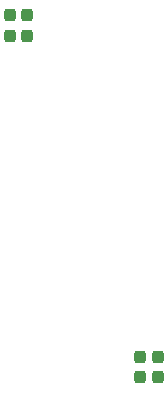
<source format=gbr>
%TF.GenerationSoftware,KiCad,Pcbnew,8.0.4*%
%TF.CreationDate,2024-07-29T13:54:58-07:00*%
%TF.ProjectId,RANDY,52414e44-592e-46b6-9963-61645f706362,0*%
%TF.SameCoordinates,Original*%
%TF.FileFunction,Paste,Top*%
%TF.FilePolarity,Positive*%
%FSLAX46Y46*%
G04 Gerber Fmt 4.6, Leading zero omitted, Abs format (unit mm)*
G04 Created by KiCad (PCBNEW 8.0.4) date 2024-07-29 13:54:58*
%MOMM*%
%LPD*%
G01*
G04 APERTURE LIST*
G04 Aperture macros list*
%AMRoundRect*
0 Rectangle with rounded corners*
0 $1 Rounding radius*
0 $2 $3 $4 $5 $6 $7 $8 $9 X,Y pos of 4 corners*
0 Add a 4 corners polygon primitive as box body*
4,1,4,$2,$3,$4,$5,$6,$7,$8,$9,$2,$3,0*
0 Add four circle primitives for the rounded corners*
1,1,$1+$1,$2,$3*
1,1,$1+$1,$4,$5*
1,1,$1+$1,$6,$7*
1,1,$1+$1,$8,$9*
0 Add four rect primitives between the rounded corners*
20,1,$1+$1,$2,$3,$4,$5,0*
20,1,$1+$1,$4,$5,$6,$7,0*
20,1,$1+$1,$6,$7,$8,$9,0*
20,1,$1+$1,$8,$9,$2,$3,0*%
G04 Aperture macros list end*
%ADD10RoundRect,0.237500X0.237500X-0.300000X0.237500X0.300000X-0.237500X0.300000X-0.237500X-0.300000X0*%
%ADD11RoundRect,0.237500X-0.237500X0.300000X-0.237500X-0.300000X0.237500X-0.300000X0.237500X0.300000X0*%
G04 APERTURE END LIST*
D10*
%TO.C,C1*%
X16383000Y-42772500D03*
X16383000Y-41047500D03*
%TD*%
D11*
%TO.C,C3*%
X6830800Y-12114300D03*
X6830800Y-13839300D03*
%TD*%
D10*
%TO.C,C2*%
X17907000Y-42772500D03*
X17907000Y-41047500D03*
%TD*%
D11*
%TO.C,C4*%
X5357600Y-12114300D03*
X5357600Y-13839300D03*
%TD*%
M02*

</source>
